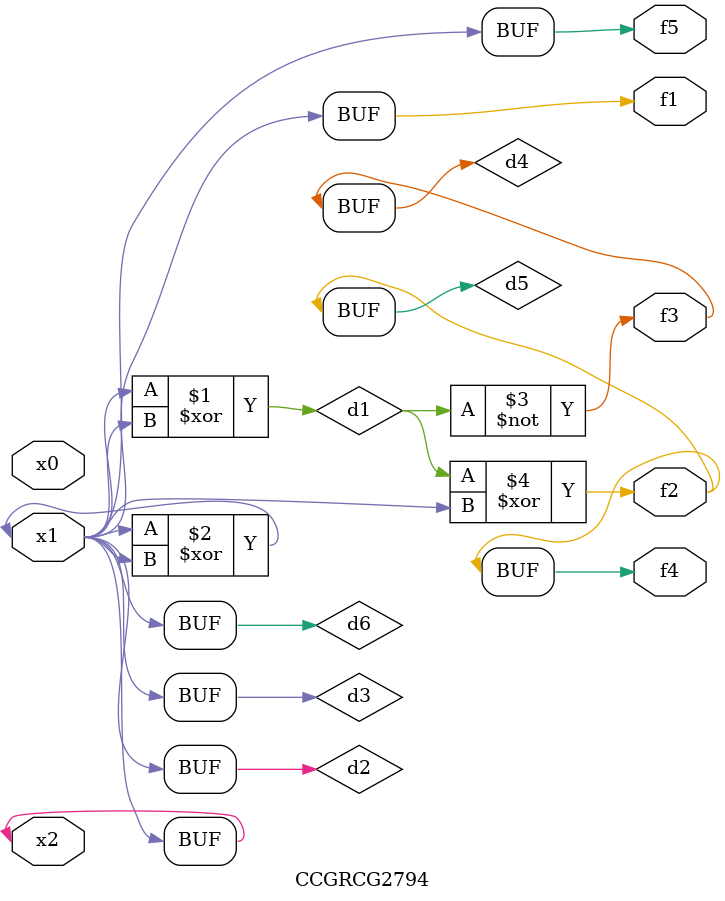
<source format=v>
module CCGRCG2794(
	input x0, x1, x2,
	output f1, f2, f3, f4, f5
);

	wire d1, d2, d3, d4, d5, d6;

	xor (d1, x1, x2);
	buf (d2, x1, x2);
	xor (d3, x1, x2);
	nor (d4, d1);
	xor (d5, d1, d2);
	buf (d6, d2, d3);
	assign f1 = d6;
	assign f2 = d5;
	assign f3 = d4;
	assign f4 = d5;
	assign f5 = d6;
endmodule

</source>
